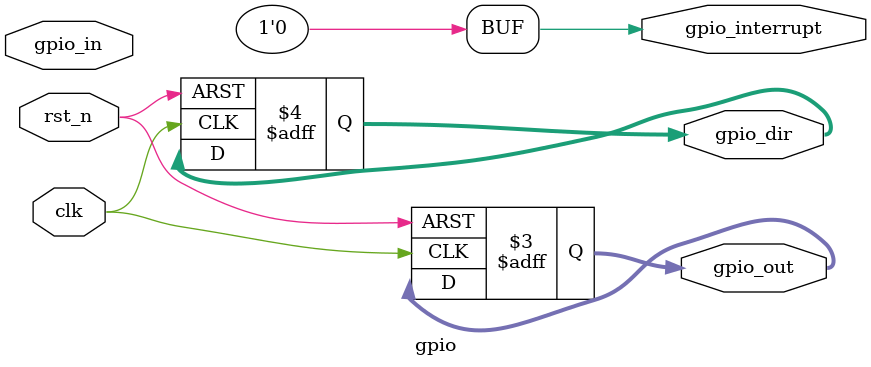
<source format=v>
module arm_soc (
    input  wire        clk,         // System clock
    input  wire        rst_n,       // Active-low reset
    // UART Interface
    input  wire        uart_rx,     // UART Receive
    output wire        uart_tx,     // UART Transmit
    // GPIO Interface
    input  wire [31:0] gpio_in,     // GPIO Inputs
    output wire [31:0] gpio_out,    // GPIO Outputs
    output wire [31:0] gpio_dir,    // GPIO Directions
    // Interrupt Outputs
    output wire        uart_int,    // UART Interrupt
    output wire        gpio_int,    // GPIO Interrupt
    output wire        timer_int    // Timer Interrupt
);

// Internal signals
wire [31:0] uart_data;
wire        uart_ready;
wire        uart_write_enable;
wire [31:0] gpio_data_out;
wire [31:0] gpio_data_dir;

// UART Module
uart u_uart (
    .clk(clk),
    .rst_n(rst_n),
    .rx(uart_rx),
    .tx(uart_tx),
    .data_in(uart_data),
    .data_out(uart_data),
    .write_enable(uart_write_enable),
    .ready(uart_ready),
    .interrupt(uart_int)
);

// GPIO Module
gpio u_gpio (
    .clk(clk),
    .rst_n(rst_n),
    .gpio_in(gpio_in),
    .gpio_out(gpio_data_out),
    .gpio_dir(gpio_data_dir),
    .gpio_interrupt(gpio_int)
);

assign gpio_out = gpio_data_out;
assign gpio_dir = gpio_data_dir;

// Timer (Stub for now)
assign timer_int = 0;

endmodule

// UART Module
module uart (
    input  wire        clk,
    input  wire        rst_n,
    input  wire        rx,
    output wire        tx,
    input  wire [31:0] data_in,
    output reg  [31:0] data_out,
    input  wire        write_enable,
    output wire        ready,
    output wire        interrupt
);

// UART functionality is simplified for this example
reg [7:0] tx_buffer;
assign tx = tx_buffer[0];
assign ready = 1'b1;
assign interrupt = 1'b0;

always @(posedge clk or negedge rst_n) begin
    if (!rst_n) begin
        tx_buffer <= 8'd0;
        data_out <= 32'd0;
    end else if (write_enable) begin
        tx_buffer <= data_in[7:0];
        data_out <= data_in;
    end
end

endmodule

// GPIO Module
module gpio (
    input  wire        clk,
    input  wire        rst_n,
    input  wire [31:0] gpio_in,
    output reg  [31:0] gpio_out,
    output reg  [31:0] gpio_dir,
    output wire        gpio_interrupt
);

assign gpio_interrupt = 1'b0; // Placeholder for interrupt logic

always @(posedge clk or negedge rst_n) begin
    if (!rst_n) begin
        gpio_out <= 32'd0;
        gpio_dir <= 32'd0;
    end else begin
        // Placeholder for GPIO logic
    end
end

endmodule

</source>
